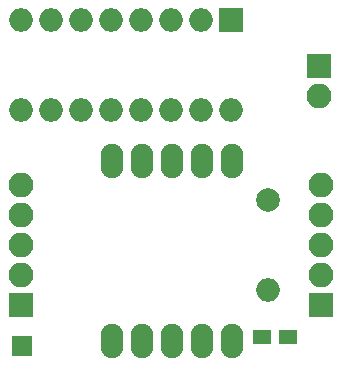
<source format=gbr>
G04 #@! TF.FileFunction,Soldermask,Top*
%FSLAX46Y46*%
G04 Gerber Fmt 4.6, Leading zero omitted, Abs format (unit mm)*
G04 Created by KiCad (PCBNEW 4.0.7) date 12/07/18 00:23:05*
%MOMM*%
%LPD*%
G01*
G04 APERTURE LIST*
%ADD10C,0.100000*%
%ADD11R,2.100000X2.100000*%
%ADD12O,2.100000X2.100000*%
%ADD13R,2.000000X2.000000*%
%ADD14O,2.000000X2.000000*%
%ADD15O,1.924000X2.924000*%
%ADD16C,2.000000*%
%ADD17R,1.600000X1.300000*%
%ADD18R,1.750000X1.750000*%
G04 APERTURE END LIST*
D10*
D11*
X181406800Y-81483200D03*
D12*
X181406800Y-84023200D03*
D11*
X181508400Y-101752400D03*
D12*
X181508400Y-99212400D03*
X181508400Y-96672400D03*
X181508400Y-94132400D03*
X181508400Y-91592400D03*
D13*
X173888400Y-77622400D03*
D14*
X156108400Y-85242400D03*
X171348400Y-77622400D03*
X158648400Y-85242400D03*
X168808400Y-77622400D03*
X161188400Y-85242400D03*
X166268400Y-77622400D03*
X163728400Y-85242400D03*
X163728400Y-77622400D03*
X166268400Y-85242400D03*
X161188400Y-77622400D03*
X168808400Y-85242400D03*
X158648400Y-77622400D03*
X171348400Y-85242400D03*
X156108400Y-77622400D03*
X173888400Y-85242400D03*
D15*
X163830000Y-104800400D03*
X166370000Y-104800400D03*
X168910000Y-104800400D03*
X171450000Y-104800400D03*
X173990000Y-104800400D03*
X173990000Y-89560400D03*
X171450000Y-89560400D03*
X168910000Y-89560400D03*
X166370000Y-89560400D03*
X163830000Y-89560400D03*
D11*
X156108400Y-101752400D03*
D12*
X156108400Y-99212400D03*
X156108400Y-96672400D03*
X156108400Y-94132400D03*
X156108400Y-91592400D03*
D16*
X177038000Y-92862400D03*
D14*
X177038000Y-100482400D03*
D17*
X176547600Y-104444800D03*
X178747600Y-104444800D03*
D18*
X156210000Y-105257600D03*
M02*

</source>
